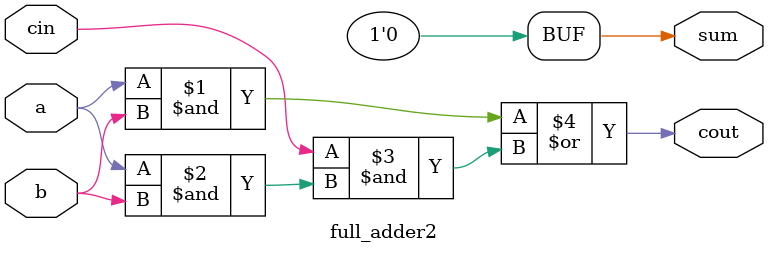
<source format=v>
module full_adder2(a,b,cin,sum,cout);
input a,b,cin;
output sum,cout;
assign sum = 1'b0;
assign cout = a&b|cin&(a&b); 
// initial begin
//     $display("The incorrect adder with xor1 having out/0");
// end   
endmodule
</source>
